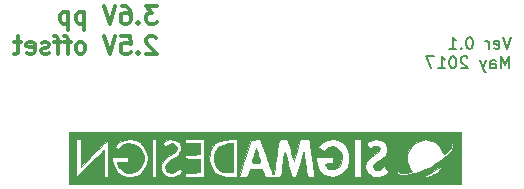
<source format=gbr>
G04 #@! TF.FileFunction,Legend,Bot*
%FSLAX46Y46*%
G04 Gerber Fmt 4.6, Leading zero omitted, Abs format (unit mm)*
G04 Created by KiCad (PCBNEW 4.0.6) date 05/26/17 09:36:11*
%MOMM*%
%LPD*%
G01*
G04 APERTURE LIST*
%ADD10C,0.100000*%
%ADD11C,0.300000*%
%ADD12C,0.150000*%
%ADD13C,0.010000*%
G04 APERTURE END LIST*
D10*
D11*
X150915714Y-97598571D02*
X149987143Y-97598571D01*
X150487143Y-98170000D01*
X150272857Y-98170000D01*
X150130000Y-98241429D01*
X150058571Y-98312857D01*
X149987143Y-98455714D01*
X149987143Y-98812857D01*
X150058571Y-98955714D01*
X150130000Y-99027143D01*
X150272857Y-99098571D01*
X150701429Y-99098571D01*
X150844286Y-99027143D01*
X150915714Y-98955714D01*
X149344286Y-98955714D02*
X149272858Y-99027143D01*
X149344286Y-99098571D01*
X149415715Y-99027143D01*
X149344286Y-98955714D01*
X149344286Y-99098571D01*
X147987143Y-97598571D02*
X148272857Y-97598571D01*
X148415714Y-97670000D01*
X148487143Y-97741429D01*
X148630000Y-97955714D01*
X148701429Y-98241429D01*
X148701429Y-98812857D01*
X148630000Y-98955714D01*
X148558572Y-99027143D01*
X148415714Y-99098571D01*
X148130000Y-99098571D01*
X147987143Y-99027143D01*
X147915714Y-98955714D01*
X147844286Y-98812857D01*
X147844286Y-98455714D01*
X147915714Y-98312857D01*
X147987143Y-98241429D01*
X148130000Y-98170000D01*
X148415714Y-98170000D01*
X148558572Y-98241429D01*
X148630000Y-98312857D01*
X148701429Y-98455714D01*
X147415715Y-97598571D02*
X146915715Y-99098571D01*
X146415715Y-97598571D01*
X144772858Y-98098571D02*
X144772858Y-99598571D01*
X144772858Y-98170000D02*
X144630001Y-98098571D01*
X144344287Y-98098571D01*
X144201430Y-98170000D01*
X144130001Y-98241429D01*
X144058572Y-98384286D01*
X144058572Y-98812857D01*
X144130001Y-98955714D01*
X144201430Y-99027143D01*
X144344287Y-99098571D01*
X144630001Y-99098571D01*
X144772858Y-99027143D01*
X143415715Y-98098571D02*
X143415715Y-99598571D01*
X143415715Y-98170000D02*
X143272858Y-98098571D01*
X142987144Y-98098571D01*
X142844287Y-98170000D01*
X142772858Y-98241429D01*
X142701429Y-98384286D01*
X142701429Y-98812857D01*
X142772858Y-98955714D01*
X142844287Y-99027143D01*
X142987144Y-99098571D01*
X143272858Y-99098571D01*
X143415715Y-99027143D01*
X150844286Y-100291429D02*
X150772857Y-100220000D01*
X150630000Y-100148571D01*
X150272857Y-100148571D01*
X150130000Y-100220000D01*
X150058571Y-100291429D01*
X149987143Y-100434286D01*
X149987143Y-100577143D01*
X150058571Y-100791429D01*
X150915714Y-101648571D01*
X149987143Y-101648571D01*
X149344286Y-101505714D02*
X149272858Y-101577143D01*
X149344286Y-101648571D01*
X149415715Y-101577143D01*
X149344286Y-101505714D01*
X149344286Y-101648571D01*
X147915714Y-100148571D02*
X148630000Y-100148571D01*
X148701429Y-100862857D01*
X148630000Y-100791429D01*
X148487143Y-100720000D01*
X148130000Y-100720000D01*
X147987143Y-100791429D01*
X147915714Y-100862857D01*
X147844286Y-101005714D01*
X147844286Y-101362857D01*
X147915714Y-101505714D01*
X147987143Y-101577143D01*
X148130000Y-101648571D01*
X148487143Y-101648571D01*
X148630000Y-101577143D01*
X148701429Y-101505714D01*
X147415715Y-100148571D02*
X146915715Y-101648571D01*
X146415715Y-100148571D01*
X144558572Y-101648571D02*
X144701430Y-101577143D01*
X144772858Y-101505714D01*
X144844287Y-101362857D01*
X144844287Y-100934286D01*
X144772858Y-100791429D01*
X144701430Y-100720000D01*
X144558572Y-100648571D01*
X144344287Y-100648571D01*
X144201430Y-100720000D01*
X144130001Y-100791429D01*
X144058572Y-100934286D01*
X144058572Y-101362857D01*
X144130001Y-101505714D01*
X144201430Y-101577143D01*
X144344287Y-101648571D01*
X144558572Y-101648571D01*
X143630001Y-100648571D02*
X143058572Y-100648571D01*
X143415715Y-101648571D02*
X143415715Y-100362857D01*
X143344287Y-100220000D01*
X143201429Y-100148571D01*
X143058572Y-100148571D01*
X142772858Y-100648571D02*
X142201429Y-100648571D01*
X142558572Y-101648571D02*
X142558572Y-100362857D01*
X142487144Y-100220000D01*
X142344286Y-100148571D01*
X142201429Y-100148571D01*
X141772858Y-101577143D02*
X141630001Y-101648571D01*
X141344286Y-101648571D01*
X141201429Y-101577143D01*
X141130001Y-101434286D01*
X141130001Y-101362857D01*
X141201429Y-101220000D01*
X141344286Y-101148571D01*
X141558572Y-101148571D01*
X141701429Y-101077143D01*
X141772858Y-100934286D01*
X141772858Y-100862857D01*
X141701429Y-100720000D01*
X141558572Y-100648571D01*
X141344286Y-100648571D01*
X141201429Y-100720000D01*
X139915715Y-101577143D02*
X140058572Y-101648571D01*
X140344286Y-101648571D01*
X140487143Y-101577143D01*
X140558572Y-101434286D01*
X140558572Y-100862857D01*
X140487143Y-100720000D01*
X140344286Y-100648571D01*
X140058572Y-100648571D01*
X139915715Y-100720000D01*
X139844286Y-100862857D01*
X139844286Y-101005714D01*
X140558572Y-101148571D01*
X139415715Y-100648571D02*
X138844286Y-100648571D01*
X139201429Y-100148571D02*
X139201429Y-101434286D01*
X139130001Y-101577143D01*
X138987143Y-101648571D01*
X138844286Y-101648571D01*
D12*
X180879762Y-100227381D02*
X180546429Y-101227381D01*
X180213095Y-100227381D01*
X179498809Y-101179762D02*
X179594047Y-101227381D01*
X179784524Y-101227381D01*
X179879762Y-101179762D01*
X179927381Y-101084524D01*
X179927381Y-100703571D01*
X179879762Y-100608333D01*
X179784524Y-100560714D01*
X179594047Y-100560714D01*
X179498809Y-100608333D01*
X179451190Y-100703571D01*
X179451190Y-100798810D01*
X179927381Y-100894048D01*
X179022619Y-101227381D02*
X179022619Y-100560714D01*
X179022619Y-100751190D02*
X178975000Y-100655952D01*
X178927381Y-100608333D01*
X178832143Y-100560714D01*
X178736904Y-100560714D01*
X177451190Y-100227381D02*
X177355951Y-100227381D01*
X177260713Y-100275000D01*
X177213094Y-100322619D01*
X177165475Y-100417857D01*
X177117856Y-100608333D01*
X177117856Y-100846429D01*
X177165475Y-101036905D01*
X177213094Y-101132143D01*
X177260713Y-101179762D01*
X177355951Y-101227381D01*
X177451190Y-101227381D01*
X177546428Y-101179762D01*
X177594047Y-101132143D01*
X177641666Y-101036905D01*
X177689285Y-100846429D01*
X177689285Y-100608333D01*
X177641666Y-100417857D01*
X177594047Y-100322619D01*
X177546428Y-100275000D01*
X177451190Y-100227381D01*
X176689285Y-101132143D02*
X176641666Y-101179762D01*
X176689285Y-101227381D01*
X176736904Y-101179762D01*
X176689285Y-101132143D01*
X176689285Y-101227381D01*
X175689285Y-101227381D02*
X176260714Y-101227381D01*
X175975000Y-101227381D02*
X175975000Y-100227381D01*
X176070238Y-100370238D01*
X176165476Y-100465476D01*
X176260714Y-100513095D01*
X180736905Y-102877381D02*
X180736905Y-101877381D01*
X180403571Y-102591667D01*
X180070238Y-101877381D01*
X180070238Y-102877381D01*
X179165476Y-102877381D02*
X179165476Y-102353571D01*
X179213095Y-102258333D01*
X179308333Y-102210714D01*
X179498810Y-102210714D01*
X179594048Y-102258333D01*
X179165476Y-102829762D02*
X179260714Y-102877381D01*
X179498810Y-102877381D01*
X179594048Y-102829762D01*
X179641667Y-102734524D01*
X179641667Y-102639286D01*
X179594048Y-102544048D01*
X179498810Y-102496429D01*
X179260714Y-102496429D01*
X179165476Y-102448810D01*
X178784524Y-102210714D02*
X178546429Y-102877381D01*
X178308333Y-102210714D02*
X178546429Y-102877381D01*
X178641667Y-103115476D01*
X178689286Y-103163095D01*
X178784524Y-103210714D01*
X177213095Y-101972619D02*
X177165476Y-101925000D01*
X177070238Y-101877381D01*
X176832142Y-101877381D01*
X176736904Y-101925000D01*
X176689285Y-101972619D01*
X176641666Y-102067857D01*
X176641666Y-102163095D01*
X176689285Y-102305952D01*
X177260714Y-102877381D01*
X176641666Y-102877381D01*
X176022619Y-101877381D02*
X175927380Y-101877381D01*
X175832142Y-101925000D01*
X175784523Y-101972619D01*
X175736904Y-102067857D01*
X175689285Y-102258333D01*
X175689285Y-102496429D01*
X175736904Y-102686905D01*
X175784523Y-102782143D01*
X175832142Y-102829762D01*
X175927380Y-102877381D01*
X176022619Y-102877381D01*
X176117857Y-102829762D01*
X176165476Y-102782143D01*
X176213095Y-102686905D01*
X176260714Y-102496429D01*
X176260714Y-102258333D01*
X176213095Y-102067857D01*
X176165476Y-101972619D01*
X176117857Y-101925000D01*
X176022619Y-101877381D01*
X174736904Y-102877381D02*
X175308333Y-102877381D01*
X175022619Y-102877381D02*
X175022619Y-101877381D01*
X175117857Y-102020238D01*
X175213095Y-102115476D01*
X175308333Y-102163095D01*
X174403571Y-101877381D02*
X173736904Y-101877381D01*
X174165476Y-102877381D01*
D13*
G36*
X176657000Y-112712500D02*
X143446500Y-112712500D01*
X143446500Y-108902500D01*
X144081500Y-108902500D01*
X144082921Y-110505875D01*
X144084343Y-112109250D01*
X145231945Y-110950375D01*
X145542944Y-110637290D01*
X145823930Y-110356273D01*
X146062792Y-110119286D01*
X146247415Y-109938292D01*
X146365689Y-109825256D01*
X146405273Y-109791500D01*
X146413492Y-109851659D01*
X146420624Y-110018779D01*
X146426218Y-110272823D01*
X146429825Y-110593751D01*
X146431000Y-110934500D01*
X146431000Y-112077500D01*
X146744176Y-112077500D01*
X146762213Y-110516360D01*
X146763068Y-110426500D01*
X147129500Y-110426500D01*
X147129500Y-110637438D01*
X147187007Y-111007889D01*
X147345440Y-111362590D01*
X147583663Y-111670876D01*
X147880541Y-111902082D01*
X148057582Y-111984008D01*
X148422865Y-112061495D01*
X148827953Y-112061558D01*
X149129750Y-112007530D01*
X149377796Y-111889496D01*
X149633443Y-111685701D01*
X149863816Y-111430761D01*
X150036046Y-111159295D01*
X150103354Y-110982220D01*
X150171951Y-110502785D01*
X150123193Y-110069478D01*
X149956063Y-109677488D01*
X149775677Y-109433665D01*
X149453895Y-109141598D01*
X149100445Y-108967797D01*
X148698871Y-108904442D01*
X148660867Y-108903894D01*
X148217043Y-108944384D01*
X147848366Y-109074268D01*
X147609322Y-109233603D01*
X147441601Y-109399533D01*
X147390426Y-109529051D01*
X147453489Y-109630503D01*
X147492612Y-109655751D01*
X147592007Y-109673898D01*
X147716493Y-109610350D01*
X147808376Y-109535370D01*
X148133623Y-109325900D01*
X148483942Y-109233275D01*
X148838185Y-109256050D01*
X149175202Y-109392781D01*
X149473845Y-109642020D01*
X149480613Y-109649653D01*
X149687426Y-109968934D01*
X149787328Y-110315512D01*
X149787405Y-110667588D01*
X149694746Y-111003365D01*
X149516438Y-111301044D01*
X149259570Y-111538826D01*
X148931228Y-111694913D01*
X148805701Y-111725288D01*
X148483692Y-111726670D01*
X148161453Y-111627123D01*
X147874598Y-111445594D01*
X147658744Y-111201028D01*
X147597115Y-111082379D01*
X147539349Y-110935460D01*
X147511070Y-110846528D01*
X147510500Y-110841289D01*
X147568819Y-110825137D01*
X147723085Y-110813189D01*
X147942262Y-110807647D01*
X147986750Y-110807500D01*
X148463000Y-110807500D01*
X148463000Y-110426500D01*
X147129500Y-110426500D01*
X146763068Y-110426500D01*
X146766323Y-110084720D01*
X146768338Y-109697050D01*
X146768304Y-109370819D01*
X146766267Y-109123495D01*
X146762274Y-108972548D01*
X146758008Y-108933078D01*
X146709456Y-108970379D01*
X146584332Y-109086884D01*
X146394666Y-109270810D01*
X146152489Y-109510376D01*
X145869832Y-109793800D01*
X145601624Y-110065592D01*
X144467480Y-111220250D01*
X144462500Y-108902500D01*
X150495000Y-108902500D01*
X150495000Y-112077500D01*
X150876000Y-112077500D01*
X153280564Y-112077500D01*
X154940000Y-112077500D01*
X154940000Y-110567872D01*
X155348893Y-110567872D01*
X155409946Y-110982007D01*
X155555622Y-111349667D01*
X155777235Y-111648309D01*
X156041082Y-111842907D01*
X156271013Y-111947355D01*
X156501162Y-112014843D01*
X156770706Y-112053015D01*
X157118825Y-112069515D01*
X157210125Y-112071000D01*
X157734000Y-112077500D01*
X157734000Y-112064793D01*
X157861248Y-112064793D01*
X157918585Y-112072021D01*
X158067340Y-112071166D01*
X158225903Y-112064793D01*
X158590806Y-112045750D01*
X158686094Y-111710131D01*
X158781381Y-111374513D01*
X159320992Y-111392631D01*
X159860604Y-111410750D01*
X160050104Y-112077500D01*
X160726668Y-112077500D01*
X160968193Y-112080947D01*
X161148515Y-112080708D01*
X161278430Y-112060914D01*
X161368739Y-112005696D01*
X161430242Y-111899183D01*
X161473736Y-111725507D01*
X161510022Y-111468797D01*
X161549898Y-111113184D01*
X161583163Y-110818869D01*
X161625483Y-110485218D01*
X161665945Y-110219729D01*
X161701546Y-110038756D01*
X161729279Y-109958657D01*
X161740243Y-109963931D01*
X161771160Y-110063392D01*
X161828333Y-110261821D01*
X161905092Y-110535530D01*
X161994768Y-110860828D01*
X162054376Y-111079687D01*
X162324880Y-112077500D01*
X162719727Y-112077500D01*
X162999212Y-111045625D01*
X163094179Y-110700839D01*
X163180261Y-110399185D01*
X163251138Y-110161961D01*
X163300495Y-110010465D01*
X163319439Y-109966083D01*
X163340635Y-110008326D01*
X163372006Y-110156351D01*
X163410041Y-110389682D01*
X163451227Y-110687841D01*
X163471934Y-110855083D01*
X163521860Y-111276260D01*
X163561218Y-111587995D01*
X163596668Y-111806670D01*
X163634873Y-111948670D01*
X163682492Y-112030377D01*
X163746186Y-112068175D01*
X163832617Y-112078448D01*
X163948446Y-112077578D01*
X163968929Y-112077500D01*
X164155302Y-112073901D01*
X164243770Y-112051016D01*
X164263425Y-111990709D01*
X164249058Y-111902875D01*
X164229560Y-111786203D01*
X164196711Y-111566776D01*
X164153829Y-111267737D01*
X164104234Y-110912232D01*
X164051243Y-110523406D01*
X164051020Y-110521750D01*
X164033772Y-110394750D01*
X164369750Y-110394750D01*
X164391282Y-110680500D01*
X164452091Y-110999956D01*
X164574443Y-111327646D01*
X164735231Y-111606801D01*
X164801476Y-111688210D01*
X165083883Y-111906475D01*
X165428611Y-112034178D01*
X165806182Y-112068515D01*
X166187118Y-112006686D01*
X166531169Y-111852668D01*
X166855833Y-111579664D01*
X167080937Y-111230453D01*
X167202763Y-110812149D01*
X167224782Y-110524742D01*
X167199690Y-110129199D01*
X167109440Y-109803160D01*
X166938948Y-109499420D01*
X166865290Y-109399622D01*
X166585696Y-109136997D01*
X166241134Y-108970432D01*
X165854684Y-108904465D01*
X165449424Y-108943632D01*
X165120725Y-109056701D01*
X164942717Y-109159050D01*
X164777961Y-109285739D01*
X164651749Y-109412358D01*
X164589367Y-109514497D01*
X164599273Y-109560045D01*
X164662442Y-109604738D01*
X164789276Y-109692911D01*
X164830975Y-109721743D01*
X165038200Y-109864858D01*
X165229719Y-109703706D01*
X165503921Y-109540515D01*
X165781975Y-109491584D01*
X166045341Y-109546163D01*
X166275478Y-109693502D01*
X166453846Y-109922851D01*
X166561903Y-110223460D01*
X166585641Y-110489877D01*
X166538674Y-110871947D01*
X166410574Y-111157507D01*
X166202274Y-111345456D01*
X165914705Y-111434691D01*
X165779486Y-111442500D01*
X165564789Y-111427272D01*
X165413844Y-111366257D01*
X165285615Y-111256884D01*
X165147182Y-111101017D01*
X165114332Y-111003566D01*
X165193274Y-110952295D01*
X165390219Y-110934971D01*
X165449250Y-110934500D01*
X165798500Y-110934500D01*
X165798500Y-110358840D01*
X164369750Y-110394750D01*
X164033772Y-110394750D01*
X163997826Y-110130075D01*
X163947972Y-109768988D01*
X163904818Y-109462377D01*
X163871727Y-109234133D01*
X163852190Y-109108875D01*
X163815866Y-108902500D01*
X167576500Y-108902500D01*
X167576500Y-112077500D01*
X168211500Y-112077500D01*
X168211500Y-111150405D01*
X168573130Y-111150405D01*
X168573134Y-111195062D01*
X168622095Y-111518529D01*
X168765465Y-111764653D01*
X169014648Y-111952208D01*
X169041513Y-111966276D01*
X169311700Y-112050472D01*
X169632699Y-112073229D01*
X169790773Y-112052800D01*
X173418500Y-112052800D01*
X173474381Y-112077963D01*
X173619828Y-112074607D01*
X173821544Y-112046370D01*
X174046232Y-111996886D01*
X174121349Y-111976043D01*
X174385131Y-111870719D01*
X174618254Y-111706607D01*
X174767875Y-111563504D01*
X174919798Y-111398195D01*
X175028158Y-111263834D01*
X175069499Y-111189504D01*
X175069500Y-111189499D01*
X175021464Y-111188776D01*
X174895361Y-111246882D01*
X174718195Y-111351310D01*
X174713097Y-111354565D01*
X174470236Y-111499395D01*
X174174751Y-111660805D01*
X173890203Y-111804088D01*
X173887597Y-111805326D01*
X173671437Y-111910777D01*
X173507921Y-111995871D01*
X173424084Y-112046346D01*
X173418500Y-112052800D01*
X169790773Y-112052800D01*
X169943370Y-112033079D01*
X170070914Y-111991014D01*
X170251153Y-111889939D01*
X170394965Y-111770146D01*
X170464333Y-111682364D01*
X170472639Y-111612060D01*
X171264912Y-111612060D01*
X171291095Y-111754044D01*
X171333332Y-111798135D01*
X171575776Y-111888866D01*
X171901781Y-111909562D01*
X172319613Y-111860144D01*
X172665819Y-111785113D01*
X173125391Y-111643252D01*
X173608565Y-111444415D01*
X174095337Y-111201402D01*
X174565703Y-110927011D01*
X174999659Y-110634040D01*
X175377200Y-110335286D01*
X175678322Y-110043550D01*
X175883022Y-109771628D01*
X175918877Y-109703871D01*
X175998448Y-109514413D01*
X176011108Y-109389430D01*
X175954646Y-109284110D01*
X175895000Y-109220000D01*
X175760545Y-109132812D01*
X175565801Y-109101026D01*
X175466375Y-109100948D01*
X175164750Y-109108896D01*
X175436932Y-109153148D01*
X175630382Y-109203137D01*
X175780044Y-109273714D01*
X175807770Y-109296056D01*
X175869378Y-109378629D01*
X175861297Y-109470448D01*
X175810880Y-109577230D01*
X175706107Y-109735876D01*
X175565182Y-109898687D01*
X175416209Y-110039146D01*
X175287290Y-110130737D01*
X175206872Y-110147160D01*
X175149224Y-110062072D01*
X175099936Y-109912510D01*
X175099541Y-109910719D01*
X174999280Y-109688490D01*
X174810585Y-109455100D01*
X174565323Y-109240087D01*
X174295361Y-109072992D01*
X174121349Y-109003956D01*
X173852685Y-108933424D01*
X173645978Y-108908824D01*
X173444973Y-108929669D01*
X173193413Y-108995474D01*
X173191900Y-108995926D01*
X172800827Y-109175321D01*
X172481104Y-109448741D01*
X172247154Y-109796682D01*
X172113398Y-110199643D01*
X172087014Y-110490000D01*
X172125063Y-110815017D01*
X172225573Y-111143586D01*
X172370125Y-111422400D01*
X172440482Y-111512887D01*
X172500199Y-111597884D01*
X172459226Y-111645145D01*
X172421898Y-111660702D01*
X172299413Y-111689873D01*
X172099483Y-111720465D01*
X171923704Y-111740059D01*
X171689011Y-111753636D01*
X171542326Y-111736627D01*
X171447234Y-111683895D01*
X171433494Y-111670923D01*
X171368136Y-111569540D01*
X171375487Y-111448197D01*
X171462389Y-111282799D01*
X171595513Y-111100347D01*
X171684634Y-110972954D01*
X171708904Y-110908756D01*
X171683570Y-110911658D01*
X171526096Y-111041583D01*
X171395262Y-111223306D01*
X171303917Y-111424306D01*
X171264912Y-111612060D01*
X170472639Y-111612060D01*
X170473013Y-111608900D01*
X170414434Y-111506166D01*
X170340238Y-111407056D01*
X170165794Y-111178349D01*
X169994797Y-111342174D01*
X169776487Y-111479231D01*
X169601850Y-111506000D01*
X169384040Y-111472350D01*
X169263492Y-111363967D01*
X169227500Y-111176700D01*
X169254073Y-111046671D01*
X169351473Y-110932184D01*
X169497375Y-110829376D01*
X169794844Y-110639288D01*
X170003902Y-110498458D01*
X170145037Y-110390795D01*
X170238736Y-110300210D01*
X170305484Y-110210614D01*
X170324206Y-110180019D01*
X170424554Y-109894508D01*
X170416982Y-109593289D01*
X170310191Y-109310938D01*
X170112884Y-109082033D01*
X170034042Y-109026929D01*
X169780562Y-108931233D01*
X169480643Y-108904841D01*
X169175685Y-108942844D01*
X168907091Y-109040335D01*
X168724480Y-109182172D01*
X168678582Y-109260678D01*
X168699743Y-109340070D01*
X168801113Y-109457612D01*
X168833079Y-109489886D01*
X168959253Y-109609870D01*
X169037489Y-109649020D01*
X169108579Y-109617361D01*
X169162293Y-109570794D01*
X169317390Y-109485839D01*
X169501892Y-109455888D01*
X169664674Y-109483412D01*
X169741450Y-109542791D01*
X169787812Y-109673686D01*
X169751953Y-109811910D01*
X169625339Y-109967686D01*
X169399439Y-110151237D01*
X169065721Y-110372785D01*
X169030410Y-110394750D01*
X168770408Y-110602910D01*
X168622730Y-110846485D01*
X168573130Y-111150405D01*
X168211500Y-111150405D01*
X168211500Y-108902500D01*
X167576500Y-108902500D01*
X163815866Y-108902500D01*
X163423528Y-108902500D01*
X163031190Y-108902499D01*
X162785511Y-109823249D01*
X162699211Y-110143720D01*
X162624468Y-110415675D01*
X162567238Y-110617887D01*
X162533474Y-110729127D01*
X162527255Y-110744000D01*
X162505788Y-110686588D01*
X162454930Y-110528337D01*
X162381218Y-110290217D01*
X162291185Y-109993200D01*
X162240331Y-109823250D01*
X161965982Y-108902499D01*
X161599118Y-108902500D01*
X161481996Y-108898546D01*
X161391403Y-108896121D01*
X161322017Y-108909380D01*
X161268514Y-108952476D01*
X161225571Y-109039563D01*
X161187867Y-109184796D01*
X161150076Y-109402329D01*
X161106878Y-109706316D01*
X161052948Y-110110910D01*
X161002106Y-110490000D01*
X160934139Y-110997089D01*
X160880853Y-111383079D01*
X160836441Y-111652205D01*
X160795095Y-111808705D01*
X160751006Y-111856815D01*
X160698366Y-111800771D01*
X160631367Y-111644809D01*
X160544200Y-111393167D01*
X160431058Y-111050081D01*
X160392696Y-110934500D01*
X160260720Y-110540818D01*
X160129104Y-110152094D01*
X160008378Y-109799148D01*
X159909069Y-109512802D01*
X159854885Y-109360039D01*
X159687546Y-108896828D01*
X158926022Y-108934250D01*
X158393759Y-110490000D01*
X158250513Y-110909374D01*
X158121835Y-111287395D01*
X158013157Y-111608003D01*
X157929910Y-111855139D01*
X157877523Y-112012743D01*
X157861248Y-112064793D01*
X157734000Y-112064793D01*
X157734000Y-108902500D01*
X157205775Y-108902500D01*
X156663555Y-108939801D01*
X156220463Y-109053658D01*
X155872142Y-109246998D01*
X155614242Y-109522750D01*
X155442407Y-109883842D01*
X155381148Y-110129806D01*
X155348893Y-110567872D01*
X154940000Y-110567872D01*
X154940000Y-108902500D01*
X153289000Y-108902500D01*
X153289000Y-109061250D01*
X153292864Y-109133292D01*
X153319915Y-109179380D01*
X153393341Y-109205313D01*
X153536327Y-109216885D01*
X153772060Y-109219894D01*
X153924000Y-109220000D01*
X154559000Y-109220000D01*
X154559000Y-110167901D01*
X153939875Y-110186075D01*
X153656058Y-110195568D01*
X153475729Y-110208356D01*
X153375422Y-110231145D01*
X153331670Y-110270642D01*
X153321007Y-110333552D01*
X153320750Y-110363000D01*
X153325278Y-110435906D01*
X153354507Y-110483002D01*
X153431902Y-110510994D01*
X153580932Y-110526587D01*
X153825060Y-110536488D01*
X153939875Y-110539924D01*
X154559000Y-110558098D01*
X154559000Y-111691901D01*
X153939875Y-111710075D01*
X153320750Y-111728250D01*
X153280564Y-112077500D01*
X150876000Y-112077500D01*
X150876000Y-111204557D01*
X151257237Y-111204557D01*
X151310115Y-111512414D01*
X151454940Y-111776575D01*
X151671835Y-111963338D01*
X151718625Y-111986874D01*
X151961436Y-112049577D01*
X152248997Y-112057016D01*
X152528341Y-112013084D01*
X152746500Y-111921675D01*
X152762847Y-111910120D01*
X152947949Y-111747663D01*
X153019991Y-111614616D01*
X152985142Y-111496647D01*
X152955430Y-111462716D01*
X152877939Y-111399352D01*
X152807615Y-111405968D01*
X152702058Y-111492001D01*
X152664794Y-111527408D01*
X152416998Y-111691168D01*
X152150721Y-111736817D01*
X151886833Y-111661569D01*
X151844375Y-111636969D01*
X151711263Y-111536488D01*
X151651886Y-111422576D01*
X151638008Y-111239865D01*
X151638000Y-111232252D01*
X151662793Y-111025719D01*
X151750578Y-110860834D01*
X151921462Y-110713200D01*
X152191859Y-110560276D01*
X152517060Y-110363218D01*
X152763847Y-110143851D01*
X152913317Y-109920713D01*
X152944073Y-109822538D01*
X152944463Y-109518624D01*
X152838270Y-109247271D01*
X152638675Y-109040371D01*
X152614381Y-109024637D01*
X152360047Y-108927763D01*
X152067828Y-108906600D01*
X151784914Y-108958059D01*
X151558493Y-109079050D01*
X151540693Y-109094932D01*
X151437397Y-109200086D01*
X151420825Y-109268241D01*
X151484096Y-109348231D01*
X151502411Y-109366633D01*
X151587742Y-109441768D01*
X151659680Y-109447812D01*
X151767918Y-109381504D01*
X151816221Y-109346037D01*
X152024283Y-109247976D01*
X152226223Y-109243489D01*
X152402347Y-109313413D01*
X152532956Y-109438583D01*
X152598355Y-109599835D01*
X152578848Y-109778006D01*
X152454739Y-109953931D01*
X152447625Y-109960379D01*
X152306887Y-110067764D01*
X152112407Y-110195108D01*
X152013688Y-110253684D01*
X151790317Y-110406477D01*
X151566763Y-110598283D01*
X151489813Y-110677168D01*
X151344428Y-110858823D01*
X151274913Y-111016556D01*
X151257237Y-111204557D01*
X150876000Y-111204557D01*
X150876000Y-108902500D01*
X150495000Y-108902500D01*
X144462500Y-108902500D01*
X144081500Y-108902500D01*
X143446500Y-108902500D01*
X143446500Y-108267500D01*
X176657000Y-108267500D01*
X176657000Y-112712500D01*
X176657000Y-112712500D01*
G37*
X176657000Y-112712500D02*
X143446500Y-112712500D01*
X143446500Y-108902500D01*
X144081500Y-108902500D01*
X144082921Y-110505875D01*
X144084343Y-112109250D01*
X145231945Y-110950375D01*
X145542944Y-110637290D01*
X145823930Y-110356273D01*
X146062792Y-110119286D01*
X146247415Y-109938292D01*
X146365689Y-109825256D01*
X146405273Y-109791500D01*
X146413492Y-109851659D01*
X146420624Y-110018779D01*
X146426218Y-110272823D01*
X146429825Y-110593751D01*
X146431000Y-110934500D01*
X146431000Y-112077500D01*
X146744176Y-112077500D01*
X146762213Y-110516360D01*
X146763068Y-110426500D01*
X147129500Y-110426500D01*
X147129500Y-110637438D01*
X147187007Y-111007889D01*
X147345440Y-111362590D01*
X147583663Y-111670876D01*
X147880541Y-111902082D01*
X148057582Y-111984008D01*
X148422865Y-112061495D01*
X148827953Y-112061558D01*
X149129750Y-112007530D01*
X149377796Y-111889496D01*
X149633443Y-111685701D01*
X149863816Y-111430761D01*
X150036046Y-111159295D01*
X150103354Y-110982220D01*
X150171951Y-110502785D01*
X150123193Y-110069478D01*
X149956063Y-109677488D01*
X149775677Y-109433665D01*
X149453895Y-109141598D01*
X149100445Y-108967797D01*
X148698871Y-108904442D01*
X148660867Y-108903894D01*
X148217043Y-108944384D01*
X147848366Y-109074268D01*
X147609322Y-109233603D01*
X147441601Y-109399533D01*
X147390426Y-109529051D01*
X147453489Y-109630503D01*
X147492612Y-109655751D01*
X147592007Y-109673898D01*
X147716493Y-109610350D01*
X147808376Y-109535370D01*
X148133623Y-109325900D01*
X148483942Y-109233275D01*
X148838185Y-109256050D01*
X149175202Y-109392781D01*
X149473845Y-109642020D01*
X149480613Y-109649653D01*
X149687426Y-109968934D01*
X149787328Y-110315512D01*
X149787405Y-110667588D01*
X149694746Y-111003365D01*
X149516438Y-111301044D01*
X149259570Y-111538826D01*
X148931228Y-111694913D01*
X148805701Y-111725288D01*
X148483692Y-111726670D01*
X148161453Y-111627123D01*
X147874598Y-111445594D01*
X147658744Y-111201028D01*
X147597115Y-111082379D01*
X147539349Y-110935460D01*
X147511070Y-110846528D01*
X147510500Y-110841289D01*
X147568819Y-110825137D01*
X147723085Y-110813189D01*
X147942262Y-110807647D01*
X147986750Y-110807500D01*
X148463000Y-110807500D01*
X148463000Y-110426500D01*
X147129500Y-110426500D01*
X146763068Y-110426500D01*
X146766323Y-110084720D01*
X146768338Y-109697050D01*
X146768304Y-109370819D01*
X146766267Y-109123495D01*
X146762274Y-108972548D01*
X146758008Y-108933078D01*
X146709456Y-108970379D01*
X146584332Y-109086884D01*
X146394666Y-109270810D01*
X146152489Y-109510376D01*
X145869832Y-109793800D01*
X145601624Y-110065592D01*
X144467480Y-111220250D01*
X144462500Y-108902500D01*
X150495000Y-108902500D01*
X150495000Y-112077500D01*
X150876000Y-112077500D01*
X153280564Y-112077500D01*
X154940000Y-112077500D01*
X154940000Y-110567872D01*
X155348893Y-110567872D01*
X155409946Y-110982007D01*
X155555622Y-111349667D01*
X155777235Y-111648309D01*
X156041082Y-111842907D01*
X156271013Y-111947355D01*
X156501162Y-112014843D01*
X156770706Y-112053015D01*
X157118825Y-112069515D01*
X157210125Y-112071000D01*
X157734000Y-112077500D01*
X157734000Y-112064793D01*
X157861248Y-112064793D01*
X157918585Y-112072021D01*
X158067340Y-112071166D01*
X158225903Y-112064793D01*
X158590806Y-112045750D01*
X158686094Y-111710131D01*
X158781381Y-111374513D01*
X159320992Y-111392631D01*
X159860604Y-111410750D01*
X160050104Y-112077500D01*
X160726668Y-112077500D01*
X160968193Y-112080947D01*
X161148515Y-112080708D01*
X161278430Y-112060914D01*
X161368739Y-112005696D01*
X161430242Y-111899183D01*
X161473736Y-111725507D01*
X161510022Y-111468797D01*
X161549898Y-111113184D01*
X161583163Y-110818869D01*
X161625483Y-110485218D01*
X161665945Y-110219729D01*
X161701546Y-110038756D01*
X161729279Y-109958657D01*
X161740243Y-109963931D01*
X161771160Y-110063392D01*
X161828333Y-110261821D01*
X161905092Y-110535530D01*
X161994768Y-110860828D01*
X162054376Y-111079687D01*
X162324880Y-112077500D01*
X162719727Y-112077500D01*
X162999212Y-111045625D01*
X163094179Y-110700839D01*
X163180261Y-110399185D01*
X163251138Y-110161961D01*
X163300495Y-110010465D01*
X163319439Y-109966083D01*
X163340635Y-110008326D01*
X163372006Y-110156351D01*
X163410041Y-110389682D01*
X163451227Y-110687841D01*
X163471934Y-110855083D01*
X163521860Y-111276260D01*
X163561218Y-111587995D01*
X163596668Y-111806670D01*
X163634873Y-111948670D01*
X163682492Y-112030377D01*
X163746186Y-112068175D01*
X163832617Y-112078448D01*
X163948446Y-112077578D01*
X163968929Y-112077500D01*
X164155302Y-112073901D01*
X164243770Y-112051016D01*
X164263425Y-111990709D01*
X164249058Y-111902875D01*
X164229560Y-111786203D01*
X164196711Y-111566776D01*
X164153829Y-111267737D01*
X164104234Y-110912232D01*
X164051243Y-110523406D01*
X164051020Y-110521750D01*
X164033772Y-110394750D01*
X164369750Y-110394750D01*
X164391282Y-110680500D01*
X164452091Y-110999956D01*
X164574443Y-111327646D01*
X164735231Y-111606801D01*
X164801476Y-111688210D01*
X165083883Y-111906475D01*
X165428611Y-112034178D01*
X165806182Y-112068515D01*
X166187118Y-112006686D01*
X166531169Y-111852668D01*
X166855833Y-111579664D01*
X167080937Y-111230453D01*
X167202763Y-110812149D01*
X167224782Y-110524742D01*
X167199690Y-110129199D01*
X167109440Y-109803160D01*
X166938948Y-109499420D01*
X166865290Y-109399622D01*
X166585696Y-109136997D01*
X166241134Y-108970432D01*
X165854684Y-108904465D01*
X165449424Y-108943632D01*
X165120725Y-109056701D01*
X164942717Y-109159050D01*
X164777961Y-109285739D01*
X164651749Y-109412358D01*
X164589367Y-109514497D01*
X164599273Y-109560045D01*
X164662442Y-109604738D01*
X164789276Y-109692911D01*
X164830975Y-109721743D01*
X165038200Y-109864858D01*
X165229719Y-109703706D01*
X165503921Y-109540515D01*
X165781975Y-109491584D01*
X166045341Y-109546163D01*
X166275478Y-109693502D01*
X166453846Y-109922851D01*
X166561903Y-110223460D01*
X166585641Y-110489877D01*
X166538674Y-110871947D01*
X166410574Y-111157507D01*
X166202274Y-111345456D01*
X165914705Y-111434691D01*
X165779486Y-111442500D01*
X165564789Y-111427272D01*
X165413844Y-111366257D01*
X165285615Y-111256884D01*
X165147182Y-111101017D01*
X165114332Y-111003566D01*
X165193274Y-110952295D01*
X165390219Y-110934971D01*
X165449250Y-110934500D01*
X165798500Y-110934500D01*
X165798500Y-110358840D01*
X164369750Y-110394750D01*
X164033772Y-110394750D01*
X163997826Y-110130075D01*
X163947972Y-109768988D01*
X163904818Y-109462377D01*
X163871727Y-109234133D01*
X163852190Y-109108875D01*
X163815866Y-108902500D01*
X167576500Y-108902500D01*
X167576500Y-112077500D01*
X168211500Y-112077500D01*
X168211500Y-111150405D01*
X168573130Y-111150405D01*
X168573134Y-111195062D01*
X168622095Y-111518529D01*
X168765465Y-111764653D01*
X169014648Y-111952208D01*
X169041513Y-111966276D01*
X169311700Y-112050472D01*
X169632699Y-112073229D01*
X169790773Y-112052800D01*
X173418500Y-112052800D01*
X173474381Y-112077963D01*
X173619828Y-112074607D01*
X173821544Y-112046370D01*
X174046232Y-111996886D01*
X174121349Y-111976043D01*
X174385131Y-111870719D01*
X174618254Y-111706607D01*
X174767875Y-111563504D01*
X174919798Y-111398195D01*
X175028158Y-111263834D01*
X175069499Y-111189504D01*
X175069500Y-111189499D01*
X175021464Y-111188776D01*
X174895361Y-111246882D01*
X174718195Y-111351310D01*
X174713097Y-111354565D01*
X174470236Y-111499395D01*
X174174751Y-111660805D01*
X173890203Y-111804088D01*
X173887597Y-111805326D01*
X173671437Y-111910777D01*
X173507921Y-111995871D01*
X173424084Y-112046346D01*
X173418500Y-112052800D01*
X169790773Y-112052800D01*
X169943370Y-112033079D01*
X170070914Y-111991014D01*
X170251153Y-111889939D01*
X170394965Y-111770146D01*
X170464333Y-111682364D01*
X170472639Y-111612060D01*
X171264912Y-111612060D01*
X171291095Y-111754044D01*
X171333332Y-111798135D01*
X171575776Y-111888866D01*
X171901781Y-111909562D01*
X172319613Y-111860144D01*
X172665819Y-111785113D01*
X173125391Y-111643252D01*
X173608565Y-111444415D01*
X174095337Y-111201402D01*
X174565703Y-110927011D01*
X174999659Y-110634040D01*
X175377200Y-110335286D01*
X175678322Y-110043550D01*
X175883022Y-109771628D01*
X175918877Y-109703871D01*
X175998448Y-109514413D01*
X176011108Y-109389430D01*
X175954646Y-109284110D01*
X175895000Y-109220000D01*
X175760545Y-109132812D01*
X175565801Y-109101026D01*
X175466375Y-109100948D01*
X175164750Y-109108896D01*
X175436932Y-109153148D01*
X175630382Y-109203137D01*
X175780044Y-109273714D01*
X175807770Y-109296056D01*
X175869378Y-109378629D01*
X175861297Y-109470448D01*
X175810880Y-109577230D01*
X175706107Y-109735876D01*
X175565182Y-109898687D01*
X175416209Y-110039146D01*
X175287290Y-110130737D01*
X175206872Y-110147160D01*
X175149224Y-110062072D01*
X175099936Y-109912510D01*
X175099541Y-109910719D01*
X174999280Y-109688490D01*
X174810585Y-109455100D01*
X174565323Y-109240087D01*
X174295361Y-109072992D01*
X174121349Y-109003956D01*
X173852685Y-108933424D01*
X173645978Y-108908824D01*
X173444973Y-108929669D01*
X173193413Y-108995474D01*
X173191900Y-108995926D01*
X172800827Y-109175321D01*
X172481104Y-109448741D01*
X172247154Y-109796682D01*
X172113398Y-110199643D01*
X172087014Y-110490000D01*
X172125063Y-110815017D01*
X172225573Y-111143586D01*
X172370125Y-111422400D01*
X172440482Y-111512887D01*
X172500199Y-111597884D01*
X172459226Y-111645145D01*
X172421898Y-111660702D01*
X172299413Y-111689873D01*
X172099483Y-111720465D01*
X171923704Y-111740059D01*
X171689011Y-111753636D01*
X171542326Y-111736627D01*
X171447234Y-111683895D01*
X171433494Y-111670923D01*
X171368136Y-111569540D01*
X171375487Y-111448197D01*
X171462389Y-111282799D01*
X171595513Y-111100347D01*
X171684634Y-110972954D01*
X171708904Y-110908756D01*
X171683570Y-110911658D01*
X171526096Y-111041583D01*
X171395262Y-111223306D01*
X171303917Y-111424306D01*
X171264912Y-111612060D01*
X170472639Y-111612060D01*
X170473013Y-111608900D01*
X170414434Y-111506166D01*
X170340238Y-111407056D01*
X170165794Y-111178349D01*
X169994797Y-111342174D01*
X169776487Y-111479231D01*
X169601850Y-111506000D01*
X169384040Y-111472350D01*
X169263492Y-111363967D01*
X169227500Y-111176700D01*
X169254073Y-111046671D01*
X169351473Y-110932184D01*
X169497375Y-110829376D01*
X169794844Y-110639288D01*
X170003902Y-110498458D01*
X170145037Y-110390795D01*
X170238736Y-110300210D01*
X170305484Y-110210614D01*
X170324206Y-110180019D01*
X170424554Y-109894508D01*
X170416982Y-109593289D01*
X170310191Y-109310938D01*
X170112884Y-109082033D01*
X170034042Y-109026929D01*
X169780562Y-108931233D01*
X169480643Y-108904841D01*
X169175685Y-108942844D01*
X168907091Y-109040335D01*
X168724480Y-109182172D01*
X168678582Y-109260678D01*
X168699743Y-109340070D01*
X168801113Y-109457612D01*
X168833079Y-109489886D01*
X168959253Y-109609870D01*
X169037489Y-109649020D01*
X169108579Y-109617361D01*
X169162293Y-109570794D01*
X169317390Y-109485839D01*
X169501892Y-109455888D01*
X169664674Y-109483412D01*
X169741450Y-109542791D01*
X169787812Y-109673686D01*
X169751953Y-109811910D01*
X169625339Y-109967686D01*
X169399439Y-110151237D01*
X169065721Y-110372785D01*
X169030410Y-110394750D01*
X168770408Y-110602910D01*
X168622730Y-110846485D01*
X168573130Y-111150405D01*
X168211500Y-111150405D01*
X168211500Y-108902500D01*
X167576500Y-108902500D01*
X163815866Y-108902500D01*
X163423528Y-108902500D01*
X163031190Y-108902499D01*
X162785511Y-109823249D01*
X162699211Y-110143720D01*
X162624468Y-110415675D01*
X162567238Y-110617887D01*
X162533474Y-110729127D01*
X162527255Y-110744000D01*
X162505788Y-110686588D01*
X162454930Y-110528337D01*
X162381218Y-110290217D01*
X162291185Y-109993200D01*
X162240331Y-109823250D01*
X161965982Y-108902499D01*
X161599118Y-108902500D01*
X161481996Y-108898546D01*
X161391403Y-108896121D01*
X161322017Y-108909380D01*
X161268514Y-108952476D01*
X161225571Y-109039563D01*
X161187867Y-109184796D01*
X161150076Y-109402329D01*
X161106878Y-109706316D01*
X161052948Y-110110910D01*
X161002106Y-110490000D01*
X160934139Y-110997089D01*
X160880853Y-111383079D01*
X160836441Y-111652205D01*
X160795095Y-111808705D01*
X160751006Y-111856815D01*
X160698366Y-111800771D01*
X160631367Y-111644809D01*
X160544200Y-111393167D01*
X160431058Y-111050081D01*
X160392696Y-110934500D01*
X160260720Y-110540818D01*
X160129104Y-110152094D01*
X160008378Y-109799148D01*
X159909069Y-109512802D01*
X159854885Y-109360039D01*
X159687546Y-108896828D01*
X158926022Y-108934250D01*
X158393759Y-110490000D01*
X158250513Y-110909374D01*
X158121835Y-111287395D01*
X158013157Y-111608003D01*
X157929910Y-111855139D01*
X157877523Y-112012743D01*
X157861248Y-112064793D01*
X157734000Y-112064793D01*
X157734000Y-108902500D01*
X157205775Y-108902500D01*
X156663555Y-108939801D01*
X156220463Y-109053658D01*
X155872142Y-109246998D01*
X155614242Y-109522750D01*
X155442407Y-109883842D01*
X155381148Y-110129806D01*
X155348893Y-110567872D01*
X154940000Y-110567872D01*
X154940000Y-108902500D01*
X153289000Y-108902500D01*
X153289000Y-109061250D01*
X153292864Y-109133292D01*
X153319915Y-109179380D01*
X153393341Y-109205313D01*
X153536327Y-109216885D01*
X153772060Y-109219894D01*
X153924000Y-109220000D01*
X154559000Y-109220000D01*
X154559000Y-110167901D01*
X153939875Y-110186075D01*
X153656058Y-110195568D01*
X153475729Y-110208356D01*
X153375422Y-110231145D01*
X153331670Y-110270642D01*
X153321007Y-110333552D01*
X153320750Y-110363000D01*
X153325278Y-110435906D01*
X153354507Y-110483002D01*
X153431902Y-110510994D01*
X153580932Y-110526587D01*
X153825060Y-110536488D01*
X153939875Y-110539924D01*
X154559000Y-110558098D01*
X154559000Y-111691901D01*
X153939875Y-111710075D01*
X153320750Y-111728250D01*
X153280564Y-112077500D01*
X150876000Y-112077500D01*
X150876000Y-111204557D01*
X151257237Y-111204557D01*
X151310115Y-111512414D01*
X151454940Y-111776575D01*
X151671835Y-111963338D01*
X151718625Y-111986874D01*
X151961436Y-112049577D01*
X152248997Y-112057016D01*
X152528341Y-112013084D01*
X152746500Y-111921675D01*
X152762847Y-111910120D01*
X152947949Y-111747663D01*
X153019991Y-111614616D01*
X152985142Y-111496647D01*
X152955430Y-111462716D01*
X152877939Y-111399352D01*
X152807615Y-111405968D01*
X152702058Y-111492001D01*
X152664794Y-111527408D01*
X152416998Y-111691168D01*
X152150721Y-111736817D01*
X151886833Y-111661569D01*
X151844375Y-111636969D01*
X151711263Y-111536488D01*
X151651886Y-111422576D01*
X151638008Y-111239865D01*
X151638000Y-111232252D01*
X151662793Y-111025719D01*
X151750578Y-110860834D01*
X151921462Y-110713200D01*
X152191859Y-110560276D01*
X152517060Y-110363218D01*
X152763847Y-110143851D01*
X152913317Y-109920713D01*
X152944073Y-109822538D01*
X152944463Y-109518624D01*
X152838270Y-109247271D01*
X152638675Y-109040371D01*
X152614381Y-109024637D01*
X152360047Y-108927763D01*
X152067828Y-108906600D01*
X151784914Y-108958059D01*
X151558493Y-109079050D01*
X151540693Y-109094932D01*
X151437397Y-109200086D01*
X151420825Y-109268241D01*
X151484096Y-109348231D01*
X151502411Y-109366633D01*
X151587742Y-109441768D01*
X151659680Y-109447812D01*
X151767918Y-109381504D01*
X151816221Y-109346037D01*
X152024283Y-109247976D01*
X152226223Y-109243489D01*
X152402347Y-109313413D01*
X152532956Y-109438583D01*
X152598355Y-109599835D01*
X152578848Y-109778006D01*
X152454739Y-109953931D01*
X152447625Y-109960379D01*
X152306887Y-110067764D01*
X152112407Y-110195108D01*
X152013688Y-110253684D01*
X151790317Y-110406477D01*
X151566763Y-110598283D01*
X151489813Y-110677168D01*
X151344428Y-110858823D01*
X151274913Y-111016556D01*
X151257237Y-111204557D01*
X150876000Y-111204557D01*
X150876000Y-108902500D01*
X150495000Y-108902500D01*
X144462500Y-108902500D01*
X144081500Y-108902500D01*
X143446500Y-108902500D01*
X143446500Y-108267500D01*
X176657000Y-108267500D01*
X176657000Y-112712500D01*
G36*
X157353000Y-111696500D02*
X156987875Y-111690773D01*
X156744160Y-111677067D01*
X156519488Y-111648256D01*
X156420517Y-111626530D01*
X156149768Y-111487353D01*
X155941761Y-111260465D01*
X155800431Y-110970722D01*
X155729714Y-110642979D01*
X155733549Y-110302092D01*
X155815870Y-109972916D01*
X155980615Y-109680307D01*
X156092841Y-109557604D01*
X156269921Y-109425397D01*
X156487318Y-109334208D01*
X156779477Y-109271800D01*
X156966078Y-109247371D01*
X157353000Y-109203595D01*
X157353000Y-111696500D01*
X157353000Y-111696500D01*
G37*
X157353000Y-111696500D02*
X156987875Y-111690773D01*
X156744160Y-111677067D01*
X156519488Y-111648256D01*
X156420517Y-111626530D01*
X156149768Y-111487353D01*
X155941761Y-111260465D01*
X155800431Y-110970722D01*
X155729714Y-110642979D01*
X155733549Y-110302092D01*
X155815870Y-109972916D01*
X155980615Y-109680307D01*
X156092841Y-109557604D01*
X156269921Y-109425397D01*
X156487318Y-109334208D01*
X156779477Y-109271800D01*
X156966078Y-109247371D01*
X157353000Y-109203595D01*
X157353000Y-111696500D01*
G36*
X159350887Y-109721106D02*
X159406809Y-109872207D01*
X159475950Y-110089720D01*
X159504710Y-110187788D01*
X159576754Y-110436085D01*
X159637992Y-110641669D01*
X159678261Y-110770604D01*
X159685403Y-110791038D01*
X159666850Y-110837410D01*
X159555693Y-110862855D01*
X159335501Y-110870983D01*
X159321500Y-110871000D01*
X159093953Y-110863329D01*
X158976997Y-110838061D01*
X158955016Y-110791815D01*
X158955083Y-110791625D01*
X158984580Y-110696996D01*
X159038629Y-110514021D01*
X159107272Y-110276572D01*
X159132470Y-110188375D01*
X159203697Y-109952165D01*
X159265751Y-109771291D01*
X159308676Y-109673835D01*
X159318194Y-109664500D01*
X159350887Y-109721106D01*
X159350887Y-109721106D01*
G37*
X159350887Y-109721106D02*
X159406809Y-109872207D01*
X159475950Y-110089720D01*
X159504710Y-110187788D01*
X159576754Y-110436085D01*
X159637992Y-110641669D01*
X159678261Y-110770604D01*
X159685403Y-110791038D01*
X159666850Y-110837410D01*
X159555693Y-110862855D01*
X159335501Y-110870983D01*
X159321500Y-110871000D01*
X159093953Y-110863329D01*
X158976997Y-110838061D01*
X158955016Y-110791815D01*
X158955083Y-110791625D01*
X158984580Y-110696996D01*
X159038629Y-110514021D01*
X159107272Y-110276572D01*
X159132470Y-110188375D01*
X159203697Y-109952165D01*
X159265751Y-109771291D01*
X159308676Y-109673835D01*
X159318194Y-109664500D01*
X159350887Y-109721106D01*
M02*

</source>
